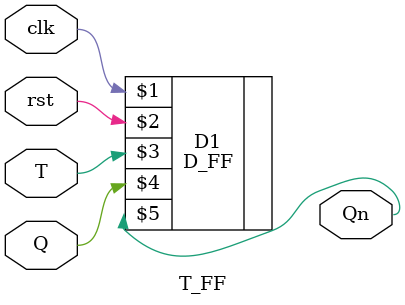
<source format=v>
module T_FF(clk,rst,T,Q,Qn);
input T,clk,rst;
inout Q;
output Qn;
wire w1;
D_FF D1(clk,rst,T,Q,Qn);
xor x1(w1,T,Q);
endmodule

</source>
